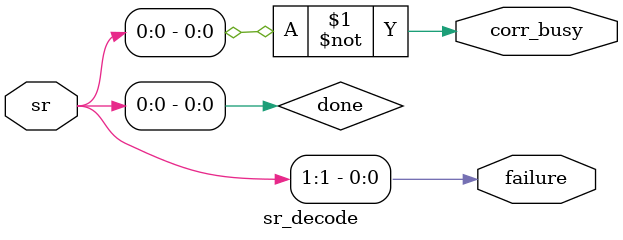
<source format=v>
`timescale 1ns / 1ps
module sr_decode(
    
    input [31:0] sr,
    
    output corr_busy,
    output failure
);

    assign done         = sr[0];
    assign failure      = sr[1];
    assign corr_busy    = ~done;

endmodule

</source>
